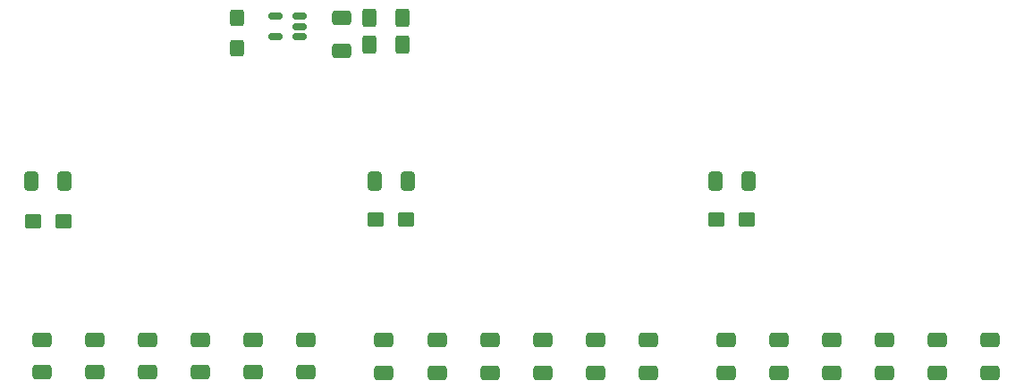
<source format=gbp>
G04 #@! TF.GenerationSoftware,KiCad,Pcbnew,(6.0.8)*
G04 #@! TF.CreationDate,2022-10-16T23:30:32+02:00*
G04 #@! TF.ProjectId,RPiWattMeterHatv3,52506957-6174-4744-9d65-746572486174,rev?*
G04 #@! TF.SameCoordinates,Original*
G04 #@! TF.FileFunction,Paste,Bot*
G04 #@! TF.FilePolarity,Positive*
%FSLAX45Y45*%
G04 Gerber Fmt 4.5, Leading zero omitted, Abs format (unit mm)*
G04 Created by KiCad (PCBNEW (6.0.8)) date 2022-10-16 23:30:32*
%MOMM*%
%LPD*%
G01*
G04 APERTURE LIST*
G04 Aperture macros list*
%AMRoundRect*
0 Rectangle with rounded corners*
0 $1 Rounding radius*
0 $2 $3 $4 $5 $6 $7 $8 $9 X,Y pos of 4 corners*
0 Add a 4 corners polygon primitive as box body*
4,1,4,$2,$3,$4,$5,$6,$7,$8,$9,$2,$3,0*
0 Add four circle primitives for the rounded corners*
1,1,$1+$1,$2,$3*
1,1,$1+$1,$4,$5*
1,1,$1+$1,$6,$7*
1,1,$1+$1,$8,$9*
0 Add four rect primitives between the rounded corners*
20,1,$1+$1,$2,$3,$4,$5,0*
20,1,$1+$1,$4,$5,$6,$7,0*
20,1,$1+$1,$6,$7,$8,$9,0*
20,1,$1+$1,$8,$9,$2,$3,0*%
G04 Aperture macros list end*
%ADD10RoundRect,0.250000X-0.425000X0.537500X-0.425000X-0.537500X0.425000X-0.537500X0.425000X0.537500X0*%
%ADD11RoundRect,0.250000X0.412500X0.650000X-0.412500X0.650000X-0.412500X-0.650000X0.412500X-0.650000X0*%
%ADD12RoundRect,0.250000X0.537500X0.425000X-0.537500X0.425000X-0.537500X-0.425000X0.537500X-0.425000X0*%
%ADD13RoundRect,0.250000X-0.650000X0.412500X-0.650000X-0.412500X0.650000X-0.412500X0.650000X0.412500X0*%
%ADD14RoundRect,0.250000X0.650000X-0.412500X0.650000X0.412500X-0.650000X0.412500X-0.650000X-0.412500X0*%
%ADD15RoundRect,0.150000X0.512500X0.150000X-0.512500X0.150000X-0.512500X-0.150000X0.512500X-0.150000X0*%
%ADD16RoundRect,0.250000X0.400000X0.625000X-0.400000X0.625000X-0.400000X-0.625000X0.400000X-0.625000X0*%
%ADD17RoundRect,0.250000X-0.400000X-0.625000X0.400000X-0.625000X0.400000X0.625000X-0.400000X0.625000X0*%
G04 APERTURE END LIST*
D10*
X8877000Y-5273250D03*
X8877000Y-5560750D03*
D11*
X7243250Y-6827000D03*
X6930750Y-6827000D03*
D12*
X13705750Y-7192000D03*
X13418250Y-7192000D03*
X10480750Y-7192000D03*
X10193250Y-7192000D03*
X7230750Y-7202000D03*
X6943250Y-7202000D03*
D11*
X10180750Y-6827000D03*
X10493250Y-6827000D03*
D13*
X10270000Y-8330750D03*
X10270000Y-8643250D03*
X10770000Y-8643250D03*
X10770000Y-8330750D03*
X11270000Y-8643250D03*
X11270000Y-8330750D03*
D14*
X11770000Y-8330750D03*
X11770000Y-8643250D03*
X12270000Y-8330750D03*
X12270000Y-8643250D03*
X12770000Y-8330750D03*
X12770000Y-8643250D03*
X9532000Y-8640750D03*
X9532000Y-8328250D03*
D13*
X7031635Y-8328250D03*
X7031635Y-8640750D03*
X7532000Y-8328250D03*
X7532000Y-8640750D03*
D14*
X9032000Y-8640750D03*
X9032000Y-8328250D03*
D13*
X8032000Y-8328250D03*
X8032000Y-8640750D03*
D14*
X8532000Y-8640750D03*
X8532000Y-8328250D03*
D15*
X9243250Y-5262000D03*
X9243250Y-5452000D03*
X9470750Y-5452000D03*
X9470750Y-5357000D03*
X9470750Y-5262000D03*
D11*
X13718250Y-6827000D03*
X13405750Y-6827000D03*
D13*
X13507000Y-8643250D03*
X13507000Y-8330750D03*
D14*
X15507000Y-8330750D03*
X15507000Y-8643250D03*
D16*
X10132000Y-5527000D03*
X10442000Y-5527000D03*
D14*
X15007000Y-8330750D03*
X15007000Y-8643250D03*
D13*
X9867000Y-5588250D03*
X9867000Y-5275750D03*
X14507000Y-8643250D03*
X14507000Y-8330750D03*
D17*
X10442000Y-5277000D03*
X10132000Y-5277000D03*
D13*
X14007000Y-8643250D03*
X14007000Y-8330750D03*
D14*
X16007000Y-8330750D03*
X16007000Y-8643250D03*
M02*

</source>
